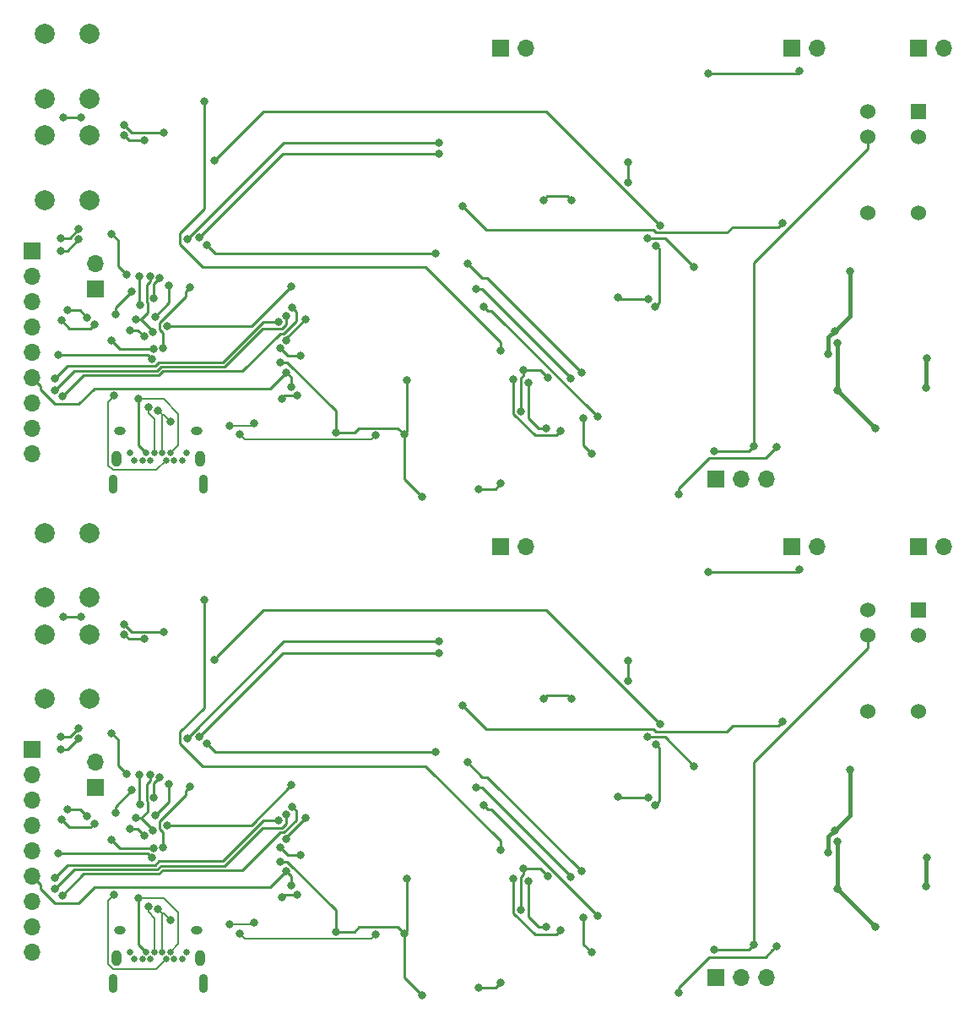
<source format=gbl>
G04 #@! TF.GenerationSoftware,KiCad,Pcbnew,(5.1.5)-3*
G04 #@! TF.CreationDate,2020-05-20T21:28:27+09:00*
G04 #@! TF.ProjectId,autoplanter,6175746f-706c-4616-9e74-65722e6b6963,rev?*
G04 #@! TF.SameCoordinates,Original*
G04 #@! TF.FileFunction,Copper,L2,Bot*
G04 #@! TF.FilePolarity,Positive*
%FSLAX46Y46*%
G04 Gerber Fmt 4.6, Leading zero omitted, Abs format (unit mm)*
G04 Created by KiCad (PCBNEW (5.1.5)-3) date 2020-05-20 21:28:27*
%MOMM*%
%LPD*%
G04 APERTURE LIST*
%ADD10C,2.000000*%
%ADD11O,1.700000X1.700000*%
%ADD12R,1.700000X1.700000*%
%ADD13C,1.524000*%
%ADD14R,1.524000X1.524000*%
%ADD15O,0.900000X1.900000*%
%ADD16O,1.000000X1.600000*%
%ADD17O,1.150000X0.800000*%
%ADD18C,0.650000*%
%ADD19C,0.800000*%
%ADD20C,0.250000*%
%ADD21C,0.200000*%
%ADD22C,0.400000*%
G04 APERTURE END LIST*
D10*
X67310000Y-87950000D03*
X71810000Y-87950000D03*
X67310000Y-94450000D03*
X71810000Y-94450000D03*
X71810000Y-84290000D03*
X67310000Y-84290000D03*
X71810000Y-77790000D03*
X67310000Y-77790000D03*
D11*
X115570000Y-79210000D03*
D12*
X113030000Y-79210000D03*
D13*
X149860000Y-95720000D03*
X154940000Y-95720000D03*
X149860000Y-88100000D03*
X154940000Y-88100000D03*
X149860000Y-85560000D03*
D14*
X154940000Y-85560000D03*
D15*
X83240000Y-122915000D03*
X74240000Y-122915000D03*
D16*
X82960000Y-120400000D03*
X74520000Y-120400000D03*
D17*
X82585000Y-117600000D03*
X74895000Y-117600000D03*
D18*
X81140000Y-120500000D03*
X80340000Y-120500000D03*
X79540000Y-120500000D03*
X77940000Y-120500000D03*
X77140000Y-120500000D03*
X76340000Y-120500000D03*
X81540000Y-119800000D03*
X79940000Y-119800000D03*
X79140000Y-119800000D03*
X78340000Y-119800000D03*
X77540000Y-119800000D03*
X75940000Y-119800000D03*
D11*
X72390000Y-100800000D03*
D12*
X72390000Y-103340000D03*
D11*
X157480000Y-79210000D03*
D12*
X154940000Y-79210000D03*
D11*
X66040000Y-119850000D03*
X66040000Y-117310000D03*
X66040000Y-114770000D03*
X66040000Y-112230000D03*
X66040000Y-109690000D03*
X66040000Y-107150000D03*
X66040000Y-104610000D03*
X66040000Y-102070000D03*
D12*
X66040000Y-99530000D03*
D11*
X139700000Y-122390000D03*
X137160000Y-122390000D03*
D12*
X134620000Y-122390000D03*
X142240000Y-79210000D03*
D11*
X144780000Y-79210000D03*
X144780000Y-29210000D03*
D12*
X142240000Y-29210000D03*
X134620000Y-72390000D03*
D11*
X137160000Y-72390000D03*
X139700000Y-72390000D03*
D18*
X75940000Y-69800000D03*
X77540000Y-69800000D03*
X78340000Y-69800000D03*
X79140000Y-69800000D03*
X79940000Y-69800000D03*
X81540000Y-69800000D03*
X76340000Y-70500000D03*
X77140000Y-70500000D03*
X77940000Y-70500000D03*
X79540000Y-70500000D03*
X80340000Y-70500000D03*
X81140000Y-70500000D03*
D17*
X74895000Y-67600000D03*
X82585000Y-67600000D03*
D16*
X74520000Y-70400000D03*
X82960000Y-70400000D03*
D15*
X74240000Y-72915000D03*
X83240000Y-72915000D03*
D12*
X66040000Y-49530000D03*
D11*
X66040000Y-52070000D03*
X66040000Y-54610000D03*
X66040000Y-57150000D03*
X66040000Y-59690000D03*
X66040000Y-62230000D03*
X66040000Y-64770000D03*
X66040000Y-67310000D03*
X66040000Y-69850000D03*
D12*
X72390000Y-53340000D03*
D11*
X72390000Y-50800000D03*
D14*
X154940000Y-35560000D03*
D13*
X149860000Y-35560000D03*
X154940000Y-38100000D03*
X149860000Y-38100000D03*
X154940000Y-45720000D03*
X149860000Y-45720000D03*
D12*
X154940000Y-29210000D03*
D11*
X157480000Y-29210000D03*
D12*
X113030000Y-29210000D03*
D11*
X115570000Y-29210000D03*
D10*
X67310000Y-27790000D03*
X71810000Y-27790000D03*
X67310000Y-34290000D03*
X71810000Y-34290000D03*
X71810000Y-44450000D03*
X67310000Y-44450000D03*
X71810000Y-37950000D03*
X67310000Y-37950000D03*
D19*
X117602000Y-67310000D03*
X115823996Y-62738000D03*
X79235987Y-59294269D03*
X74422000Y-55880000D03*
X76073000Y-53594000D03*
X81915000Y-53213000D03*
X79235987Y-109294269D03*
X115823996Y-112738000D03*
X117602000Y-117310000D03*
X74422000Y-105880000D03*
X81915000Y-103213000D03*
X76073000Y-103594000D03*
X133858000Y-31750000D03*
X143002000Y-31496000D03*
X133858000Y-81750000D03*
X143002000Y-81496000D03*
X138430000Y-69088000D03*
X115316000Y-61468000D03*
X115098990Y-65589487D03*
X117851340Y-62234660D03*
X110871000Y-73406000D03*
X113093346Y-72854988D03*
X83312000Y-34544000D03*
X113030000Y-59563000D03*
X134460232Y-69573962D03*
X110871000Y-123406000D03*
X138430000Y-119088000D03*
X83312000Y-84544000D03*
X113030000Y-109563000D03*
X113093346Y-122854988D03*
X115316000Y-111468000D03*
X115098990Y-115589487D03*
X134460232Y-119573962D03*
X117851340Y-112234660D03*
X76777931Y-64375938D03*
X76777931Y-114375938D03*
X103378006Y-67945000D03*
X96520000Y-67752990D03*
X92075000Y-53086000D03*
X103632000Y-62484000D03*
X105156000Y-74168000D03*
X130937000Y-73914000D03*
X140745500Y-69185500D03*
X79614669Y-57090032D03*
X90967896Y-60733237D03*
X140745500Y-119185500D03*
X130937000Y-123914000D03*
X92075000Y-103086000D03*
X105156000Y-124168000D03*
X79614669Y-107090032D03*
X103378006Y-117945000D03*
X96520000Y-117752990D03*
X90967896Y-110733237D03*
X103632000Y-112484000D03*
X91567000Y-61722000D03*
X92038456Y-63161424D03*
X92038456Y-113161424D03*
X91567000Y-111722000D03*
X85852000Y-67056000D03*
X77731051Y-65222539D03*
X88378982Y-66815018D03*
X88378982Y-116815018D03*
X77731051Y-115222539D03*
X85852000Y-117056000D03*
X78690099Y-65505824D03*
X86868000Y-67945000D03*
X100547002Y-68035002D03*
X79956050Y-66606138D03*
X79956050Y-116606138D03*
X86868000Y-117945000D03*
X100547002Y-118035002D03*
X78690099Y-115505824D03*
X146812000Y-63500000D03*
X146812002Y-58760221D03*
X150622000Y-67310000D03*
X150622000Y-117310000D03*
X146812002Y-108760221D03*
X146812000Y-113500000D03*
X148082000Y-51562000D03*
X146558000Y-57590274D03*
X145948850Y-59856788D03*
X148082000Y-101562000D03*
X146558000Y-107590274D03*
X145948850Y-109856788D03*
X68961000Y-49530000D03*
X70743660Y-48391660D03*
X74077990Y-47879000D03*
X75528010Y-51915330D03*
X79814840Y-52995990D03*
X78447474Y-56106205D03*
X78447474Y-106106205D03*
X68961000Y-99530000D03*
X70743660Y-98391660D03*
X74077990Y-97879000D03*
X75528010Y-101915330D03*
X79814840Y-102995990D03*
X69215000Y-36195000D03*
X70993000Y-36195000D03*
X75311000Y-36957000D03*
X79248000Y-37719000D03*
X106553000Y-49784000D03*
X83579275Y-48908275D03*
X83579275Y-98908275D03*
X69215000Y-86195000D03*
X75311000Y-86957000D03*
X79248000Y-87719000D03*
X70993000Y-86195000D03*
X106553000Y-99784000D03*
X68961000Y-48260000D03*
X70739000Y-47371000D03*
X76835000Y-52070000D03*
X76940907Y-55003401D03*
X76835000Y-102070000D03*
X76940907Y-105003401D03*
X68961000Y-98260000D03*
X70739000Y-97371000D03*
X121158000Y-61722000D03*
X109728000Y-50800000D03*
X109728000Y-100800000D03*
X121158000Y-111722000D03*
X122174000Y-69850000D03*
X110653990Y-53340000D03*
X121358989Y-66323729D03*
X120083160Y-62288840D03*
X122174000Y-119850000D03*
X110653990Y-103340000D03*
X121358989Y-116323729D03*
X120083160Y-112288840D03*
X119052012Y-67610143D03*
X114373988Y-62427903D03*
X114373988Y-112427903D03*
X119052012Y-117610143D03*
X120142000Y-44450000D03*
X117348000Y-44450000D03*
X120142000Y-94450000D03*
X117348000Y-94450000D03*
X127762000Y-48260000D03*
X132457500Y-51177500D03*
X127762000Y-98260000D03*
X132457500Y-101177500D03*
X125857000Y-40640000D03*
X125857000Y-42672000D03*
X125857000Y-92672000D03*
X125857000Y-90640000D03*
X129032000Y-46990000D03*
X128554952Y-55102010D03*
X84328004Y-40513000D03*
X128646340Y-49017340D03*
X129032000Y-96990000D03*
X128554952Y-105102010D03*
X84328004Y-90513000D03*
X128646340Y-99017340D03*
X74329544Y-64040021D03*
X74329544Y-114040021D03*
X75872753Y-57467927D03*
X77309886Y-58120215D03*
X69596000Y-55499000D03*
X71605996Y-56224010D03*
X77309886Y-108120215D03*
X75872753Y-107467927D03*
X69596000Y-105499000D03*
X71605996Y-106224010D03*
X78236163Y-59362011D03*
X74041000Y-58547000D03*
X69012069Y-56499813D03*
X72325676Y-56918333D03*
X78236163Y-109362011D03*
X74041000Y-108547000D03*
X72325676Y-106918333D03*
X69012069Y-106499813D03*
X68707000Y-59944000D03*
X78078940Y-60349587D03*
X78078940Y-110349587D03*
X68707000Y-109944000D03*
X68326000Y-62357000D03*
X90804808Y-56640171D03*
X68326000Y-112357000D03*
X90804808Y-106640171D03*
X68326000Y-63500000D03*
X91592902Y-56024596D03*
X68326000Y-113500000D03*
X91592902Y-106024596D03*
X69094231Y-64140192D03*
X92174980Y-55211448D03*
X69094231Y-114140192D03*
X92174980Y-105211448D03*
X81661000Y-48387000D03*
X76454000Y-56388000D03*
X78197015Y-57658667D03*
X77895468Y-52056309D03*
X106907170Y-38698850D03*
X77895468Y-102056309D03*
X81661000Y-98387000D03*
X78197015Y-107658667D03*
X76454000Y-106388000D03*
X106907170Y-88698850D03*
X82872160Y-48201160D03*
X78290840Y-54287840D03*
X78892197Y-52266014D03*
X106875160Y-39809840D03*
X82872160Y-98201160D03*
X78290840Y-104287840D03*
X78892197Y-102266014D03*
X106875160Y-89809840D03*
X77343000Y-38444010D03*
X75310756Y-37982076D03*
X77343000Y-88444010D03*
X75310756Y-87982076D03*
X155702000Y-63246000D03*
X155829000Y-60325000D03*
X155702000Y-113246000D03*
X155829000Y-110325000D03*
X127889000Y-54356000D03*
X124841000Y-54229000D03*
X127889000Y-104356000D03*
X124841000Y-104229000D03*
X92636012Y-64031350D03*
X91103505Y-64324794D03*
X91103505Y-114324794D03*
X92636012Y-114031350D03*
X93472000Y-56388000D03*
X91576779Y-58502061D03*
X93472000Y-106388000D03*
X91576779Y-108502061D03*
X92964000Y-60071006D03*
X90952434Y-59283225D03*
X92964000Y-110071006D03*
X90952434Y-109283225D03*
X111379000Y-55118000D03*
X122809000Y-66167000D03*
X122809000Y-116167000D03*
X111379000Y-105118000D03*
X109220000Y-45085000D03*
X141351000Y-46736000D03*
X109220000Y-95085000D03*
X141351000Y-96736000D03*
D20*
X115823996Y-63303685D02*
X115823996Y-62738000D01*
X115823996Y-66293996D02*
X115823996Y-63303685D01*
X117602000Y-67310000D02*
X116840000Y-67310000D01*
X116840000Y-67310000D02*
X115823996Y-66293996D01*
X74422000Y-55880000D02*
X74422000Y-55245000D01*
X74422000Y-55245000D02*
X76073000Y-53594000D01*
X78889667Y-56732766D02*
X81515001Y-54107432D01*
X78889667Y-57428770D02*
X78889667Y-56732766D01*
X81515001Y-54107432D02*
X81515001Y-53612999D01*
X79235987Y-59294269D02*
X79235987Y-57775090D01*
X81515001Y-53612999D02*
X81915000Y-53213000D01*
X79235987Y-57775090D02*
X78889667Y-57428770D01*
X116840000Y-117310000D02*
X115823996Y-116293996D01*
X115823996Y-113303685D02*
X115823996Y-112738000D01*
X115823996Y-116293996D02*
X115823996Y-113303685D01*
X117602000Y-117310000D02*
X116840000Y-117310000D01*
X74422000Y-105880000D02*
X74422000Y-105245000D01*
X74422000Y-105245000D02*
X76073000Y-103594000D01*
X79235987Y-109294269D02*
X79235987Y-107775090D01*
X81515001Y-103612999D02*
X81915000Y-103213000D01*
X78889667Y-106732766D02*
X81515001Y-104107432D01*
X79235987Y-107775090D02*
X78889667Y-107428770D01*
X81515001Y-104107432D02*
X81515001Y-103612999D01*
X78889667Y-107428770D02*
X78889667Y-106732766D01*
X133858000Y-31750000D02*
X142748000Y-31750000D01*
X142748000Y-31750000D02*
X143002000Y-31496000D01*
X142748000Y-81750000D02*
X143002000Y-81496000D01*
X133858000Y-81750000D02*
X142748000Y-81750000D01*
X115098990Y-65023802D02*
X115098990Y-65589487D01*
X115316000Y-61468000D02*
X115316000Y-62033685D01*
X115316000Y-62033685D02*
X115098990Y-62250695D01*
X115098990Y-62250695D02*
X115098990Y-65023802D01*
X115316000Y-61468000D02*
X117084680Y-61468000D01*
X117084680Y-61468000D02*
X117851340Y-62234660D01*
X149860000Y-38100000D02*
X149860000Y-39300004D01*
X138430000Y-50730004D02*
X138430000Y-68522315D01*
X149860000Y-39300004D02*
X138430000Y-50730004D01*
X138430000Y-68522315D02*
X138430000Y-69088000D01*
X110871000Y-73406000D02*
X112542334Y-73406000D01*
X112542334Y-73406000D02*
X113093346Y-72854988D01*
X113030000Y-58674000D02*
X113030000Y-59563000D01*
X105537000Y-51181000D02*
X113030000Y-58674000D01*
X83312000Y-45339000D02*
X80899000Y-47752000D01*
X83312000Y-34544000D02*
X83312000Y-45339000D01*
X80899000Y-47752000D02*
X80899000Y-48895000D01*
X80899000Y-48895000D02*
X83185000Y-51181000D01*
X83185000Y-51181000D02*
X105537000Y-51181000D01*
X137944038Y-69573962D02*
X135025917Y-69573962D01*
X138430000Y-69088000D02*
X137944038Y-69573962D01*
X135025917Y-69573962D02*
X134460232Y-69573962D01*
X115316000Y-111468000D02*
X117084680Y-111468000D01*
X117084680Y-111468000D02*
X117851340Y-112234660D01*
X149860000Y-89300004D02*
X138430000Y-100730004D01*
X149860000Y-88100000D02*
X149860000Y-89300004D01*
X138430000Y-100730004D02*
X138430000Y-118522315D01*
X138430000Y-118522315D02*
X138430000Y-119088000D01*
X115098990Y-115023802D02*
X115098990Y-115589487D01*
X115316000Y-111468000D02*
X115316000Y-112033685D01*
X115098990Y-112250695D02*
X115098990Y-115023802D01*
X115316000Y-112033685D02*
X115098990Y-112250695D01*
X137944038Y-119573962D02*
X135025917Y-119573962D01*
X138430000Y-119088000D02*
X137944038Y-119573962D01*
X135025917Y-119573962D02*
X134460232Y-119573962D01*
X113030000Y-108674000D02*
X113030000Y-109563000D01*
X83312000Y-84544000D02*
X83312000Y-95339000D01*
X83185000Y-101181000D02*
X105537000Y-101181000D01*
X105537000Y-101181000D02*
X113030000Y-108674000D01*
X80899000Y-97752000D02*
X80899000Y-98895000D01*
X80899000Y-98895000D02*
X83185000Y-101181000D01*
X83312000Y-95339000D02*
X80899000Y-97752000D01*
X112542334Y-123406000D02*
X113093346Y-122854988D01*
X110871000Y-123406000D02*
X112542334Y-123406000D01*
X76777931Y-69037931D02*
X76777931Y-64941623D01*
X77540000Y-69800000D02*
X76777931Y-69037931D01*
X76777931Y-64941623D02*
X76777931Y-64375938D01*
D21*
X79940000Y-69800000D02*
X80737884Y-69002116D01*
X77343616Y-64375938D02*
X76777931Y-64375938D01*
X79254942Y-64375938D02*
X77343616Y-64375938D01*
X80737884Y-69002116D02*
X80737884Y-65858880D01*
X80737884Y-65858880D02*
X79254942Y-64375938D01*
X79940000Y-119800000D02*
X80737884Y-119002116D01*
X77343616Y-114375938D02*
X76777931Y-114375938D01*
X79254942Y-114375938D02*
X77343616Y-114375938D01*
X80737884Y-119002116D02*
X80737884Y-115858880D01*
X80737884Y-115858880D02*
X79254942Y-114375938D01*
D20*
X76777931Y-119037931D02*
X76777931Y-114941623D01*
X77540000Y-119800000D02*
X76777931Y-119037931D01*
X76777931Y-114941623D02*
X76777931Y-114375938D01*
X98425000Y-67752990D02*
X96520000Y-67752990D01*
X98867990Y-67310000D02*
X98425000Y-67752990D01*
X103378006Y-67945000D02*
X102743006Y-67310000D01*
X102743006Y-67310000D02*
X98867990Y-67310000D01*
X103632000Y-67691006D02*
X103378006Y-67945000D01*
X103632000Y-62484000D02*
X103632000Y-67691006D01*
X103378006Y-67945000D02*
X103378006Y-72390006D01*
X103378006Y-72390006D02*
X105156000Y-74168000D01*
X92075000Y-53086000D02*
X88070968Y-57090032D01*
X88070968Y-57090032D02*
X80180354Y-57090032D01*
X80180354Y-57090032D02*
X79614669Y-57090032D01*
X91533581Y-60733237D02*
X90967896Y-60733237D01*
X96520000Y-65582865D02*
X91670372Y-60733237D01*
X91670372Y-60733237D02*
X91533581Y-60733237D01*
X96520000Y-67752990D02*
X96520000Y-65582865D01*
X130937000Y-73348315D02*
X133986351Y-70298964D01*
X140345501Y-69585499D02*
X140745500Y-69185500D01*
X139632036Y-70298964D02*
X140345501Y-69585499D01*
X130937000Y-73914000D02*
X130937000Y-73348315D01*
X133986351Y-70298964D02*
X139632036Y-70298964D01*
X103632000Y-117691006D02*
X103378006Y-117945000D01*
X103632000Y-112484000D02*
X103632000Y-117691006D01*
X96520000Y-115582865D02*
X91670372Y-110733237D01*
X91533581Y-110733237D02*
X90967896Y-110733237D01*
X91670372Y-110733237D02*
X91533581Y-110733237D01*
X96520000Y-117752990D02*
X96520000Y-115582865D01*
X98867990Y-117310000D02*
X98425000Y-117752990D01*
X103378006Y-117945000D02*
X102743006Y-117310000D01*
X102743006Y-117310000D02*
X98867990Y-117310000D01*
X98425000Y-117752990D02*
X96520000Y-117752990D01*
X140345501Y-119585499D02*
X140745500Y-119185500D01*
X130937000Y-123348315D02*
X133986351Y-120298964D01*
X130937000Y-123914000D02*
X130937000Y-123348315D01*
X139632036Y-120298964D02*
X140345501Y-119585499D01*
X133986351Y-120298964D02*
X139632036Y-120298964D01*
X103378006Y-117945000D02*
X103378006Y-122390006D01*
X103378006Y-122390006D02*
X105156000Y-124168000D01*
X92075000Y-103086000D02*
X88070968Y-107090032D01*
X88070968Y-107090032D02*
X80180354Y-107090032D01*
X80180354Y-107090032D02*
X79614669Y-107090032D01*
X66889999Y-63460999D02*
X68326000Y-64897000D01*
X91567000Y-61722000D02*
X92038456Y-62193456D01*
X68326000Y-64897000D02*
X70739000Y-64897000D01*
X72320991Y-63315009D02*
X89973991Y-63315009D01*
X89973991Y-63315009D02*
X91167001Y-62121999D01*
X92038456Y-62193456D02*
X92038456Y-63161424D01*
X70739000Y-64897000D02*
X72320991Y-63315009D01*
X91167001Y-62121999D02*
X91567000Y-61722000D01*
X66040000Y-62230000D02*
X66889999Y-63079999D01*
X66889999Y-63079999D02*
X66889999Y-63460999D01*
X66889999Y-113460999D02*
X68326000Y-114897000D01*
X91567000Y-111722000D02*
X92038456Y-112193456D01*
X92038456Y-112193456D02*
X92038456Y-113161424D01*
X66040000Y-112230000D02*
X66889999Y-113079999D01*
X68326000Y-114897000D02*
X70739000Y-114897000D01*
X89973991Y-113315009D02*
X91167001Y-112121999D01*
X72320991Y-113315009D02*
X89973991Y-113315009D01*
X66889999Y-113079999D02*
X66889999Y-113460999D01*
X91167001Y-112121999D02*
X91567000Y-111722000D01*
X70739000Y-114897000D02*
X72320991Y-113315009D01*
D21*
X78340000Y-66397173D02*
X77731051Y-65788224D01*
X78340000Y-69800000D02*
X78340000Y-66397173D01*
X77731051Y-65788224D02*
X77731051Y-65222539D01*
X88138000Y-67056000D02*
X88378982Y-66815018D01*
X85852000Y-67056000D02*
X88138000Y-67056000D01*
X77731051Y-115788224D02*
X77731051Y-115222539D01*
X78340000Y-116397173D02*
X77731051Y-115788224D01*
X78340000Y-119800000D02*
X78340000Y-116397173D01*
X85852000Y-117056000D02*
X88138000Y-117056000D01*
X88138000Y-117056000D02*
X88378982Y-116815018D01*
X79140000Y-69800000D02*
X79139999Y-65931999D01*
X79090098Y-65905823D02*
X78690099Y-65505824D01*
X79116274Y-65931999D02*
X79090098Y-65905823D01*
X79139999Y-65931999D02*
X79116274Y-65931999D01*
X100147003Y-68435001D02*
X100547002Y-68035002D01*
X100129004Y-68453000D02*
X100147003Y-68435001D01*
X87376000Y-68453000D02*
X100129004Y-68453000D01*
X86868000Y-67945000D02*
X87376000Y-68453000D01*
X79556051Y-66206139D02*
X79956050Y-66606138D01*
X79281911Y-65931999D02*
X79556051Y-66206139D01*
X79139999Y-65931999D02*
X79281911Y-65931999D01*
X79090098Y-115905823D02*
X78690099Y-115505824D01*
X79116274Y-115931999D02*
X79090098Y-115905823D01*
X79139999Y-115931999D02*
X79116274Y-115931999D01*
X79140000Y-119800000D02*
X79139999Y-115931999D01*
X86868000Y-117945000D02*
X87376000Y-118453000D01*
X100147003Y-118435001D02*
X100547002Y-118035002D01*
X100129004Y-118453000D02*
X100147003Y-118435001D01*
X87376000Y-118453000D02*
X100129004Y-118453000D01*
X79556051Y-116206139D02*
X79956050Y-116606138D01*
X79281911Y-115931999D02*
X79556051Y-116206139D01*
X79139999Y-115931999D02*
X79281911Y-115931999D01*
D22*
X146812000Y-63500000D02*
X146812000Y-58760223D01*
X146812000Y-58760223D02*
X146812002Y-58760221D01*
X150622000Y-67310000D02*
X146812000Y-63500000D01*
X150622000Y-117310000D02*
X146812000Y-113500000D01*
X146812000Y-113500000D02*
X146812000Y-108760223D01*
X146812000Y-108760223D02*
X146812002Y-108760221D01*
X148082000Y-56066274D02*
X146558000Y-57590274D01*
X148082000Y-51562000D02*
X148082000Y-56066274D01*
X146558000Y-57590274D02*
X145948850Y-58199424D01*
X145948850Y-58199424D02*
X145948850Y-59856788D01*
X146558000Y-107590274D02*
X145948850Y-108199424D01*
X145948850Y-108199424D02*
X145948850Y-109856788D01*
X148082000Y-101562000D02*
X148082000Y-106066274D01*
X148082000Y-106066274D02*
X146558000Y-107590274D01*
D20*
X69605320Y-49530000D02*
X70743660Y-48391660D01*
X68961000Y-49530000D02*
X69605320Y-49530000D01*
X74676000Y-51063320D02*
X74676000Y-48477010D01*
X74676000Y-48477010D02*
X74077990Y-47879000D01*
X75528010Y-51915330D02*
X74676000Y-51063320D01*
X79814840Y-54738839D02*
X78447474Y-56106205D01*
X79814840Y-52995990D02*
X79814840Y-54738839D01*
X69605320Y-99530000D02*
X70743660Y-98391660D01*
X68961000Y-99530000D02*
X69605320Y-99530000D01*
X74676000Y-101063320D02*
X74676000Y-98477010D01*
X75528010Y-101915330D02*
X74676000Y-101063320D01*
X74676000Y-98477010D02*
X74077990Y-97879000D01*
X79814840Y-104738839D02*
X78447474Y-106106205D01*
X79814840Y-102995990D02*
X79814840Y-104738839D01*
X69215000Y-36195000D02*
X70993000Y-36195000D01*
X75311000Y-36957000D02*
X76073000Y-37719000D01*
X76073000Y-37719000D02*
X79248000Y-37719000D01*
X106553000Y-49784000D02*
X84455000Y-49784000D01*
X84455000Y-49784000D02*
X83579275Y-48908275D01*
X84455000Y-99784000D02*
X83579275Y-98908275D01*
X106553000Y-99784000D02*
X84455000Y-99784000D01*
X75311000Y-86957000D02*
X76073000Y-87719000D01*
X76073000Y-87719000D02*
X79248000Y-87719000D01*
X69215000Y-86195000D02*
X70993000Y-86195000D01*
X69850000Y-48260000D02*
X70739000Y-47371000D01*
X68961000Y-48260000D02*
X69850000Y-48260000D01*
X76835000Y-52070000D02*
X76835000Y-54897494D01*
X76835000Y-54897494D02*
X76940907Y-55003401D01*
X68961000Y-98260000D02*
X69850000Y-98260000D01*
X69850000Y-98260000D02*
X70739000Y-97371000D01*
X76835000Y-104897494D02*
X76940907Y-105003401D01*
X76835000Y-102070000D02*
X76835000Y-104897494D01*
X111185463Y-52257463D02*
X109728000Y-50800000D01*
X121158000Y-61722000D02*
X111693463Y-52257463D01*
X111693463Y-52257463D02*
X111185463Y-52257463D01*
X111185463Y-102257463D02*
X109728000Y-100800000D01*
X121158000Y-111722000D02*
X111693463Y-102257463D01*
X111693463Y-102257463D02*
X111185463Y-102257463D01*
X110653990Y-53340000D02*
X111219675Y-53340000D01*
X111219675Y-53340000D02*
X120083160Y-62203485D01*
X122174000Y-69850000D02*
X121358989Y-69034989D01*
X121358989Y-69034989D02*
X121358989Y-66323729D01*
X120083160Y-62203485D02*
X120083160Y-62288840D01*
X110653990Y-103340000D02*
X111219675Y-103340000D01*
X111219675Y-103340000D02*
X120083160Y-112203485D01*
X122174000Y-119850000D02*
X121358989Y-119034989D01*
X120083160Y-112203485D02*
X120083160Y-112288840D01*
X121358989Y-119034989D02*
X121358989Y-116323729D01*
X119052012Y-67610143D02*
X118627154Y-68035001D01*
X116511003Y-68035001D02*
X114373988Y-65897986D01*
X114373988Y-62993588D02*
X114373988Y-62427903D01*
X114373988Y-65897986D02*
X114373988Y-62993588D01*
X118627154Y-68035001D02*
X116511003Y-68035001D01*
X116511003Y-118035001D02*
X114373988Y-115897986D01*
X114373988Y-112993588D02*
X114373988Y-112427903D01*
X118627154Y-118035001D02*
X116511003Y-118035001D01*
X114373988Y-115897986D02*
X114373988Y-112993588D01*
X119052012Y-117610143D02*
X118627154Y-118035001D01*
X119742001Y-44050001D02*
X117747999Y-44050001D01*
X120142000Y-44450000D02*
X119742001Y-44050001D01*
X117747999Y-44050001D02*
X117348000Y-44450000D01*
X117747999Y-94050001D02*
X117348000Y-94450000D01*
X120142000Y-94450000D02*
X119742001Y-94050001D01*
X119742001Y-94050001D02*
X117747999Y-94050001D01*
X127762000Y-48260000D02*
X129540000Y-48260000D01*
X129540000Y-48260000D02*
X132457500Y-51177500D01*
X127762000Y-98260000D02*
X129540000Y-98260000D01*
X129540000Y-98260000D02*
X132457500Y-101177500D01*
X125857000Y-40640000D02*
X125857000Y-42672000D01*
X125857000Y-90640000D02*
X125857000Y-92672000D01*
X84728003Y-40113001D02*
X84328004Y-40513000D01*
X117602000Y-35560000D02*
X89281004Y-35560000D01*
X129032000Y-46990000D02*
X117602000Y-35560000D01*
X89281004Y-35560000D02*
X84728003Y-40113001D01*
X128954951Y-49325951D02*
X128646340Y-49017340D01*
X128554952Y-55102010D02*
X128954951Y-54702011D01*
X128954951Y-54702011D02*
X128954951Y-49325951D01*
X84728003Y-90113001D02*
X84328004Y-90513000D01*
X129032000Y-96990000D02*
X117602000Y-85560000D01*
X89281004Y-85560000D02*
X84728003Y-90113001D01*
X117602000Y-85560000D02*
X89281004Y-85560000D01*
X128954951Y-99325951D02*
X128646340Y-99017340D01*
X128554952Y-105102010D02*
X128954951Y-104702011D01*
X128954951Y-104702011D02*
X128954951Y-99325951D01*
D21*
X79540000Y-70500000D02*
X78539990Y-71500010D01*
X74188626Y-71500010D02*
X73709866Y-71021250D01*
X73709866Y-71021250D02*
X73709866Y-64659699D01*
X73709866Y-64659699D02*
X73929545Y-64440020D01*
X78539990Y-71500010D02*
X74188626Y-71500010D01*
X73929545Y-64440020D02*
X74329544Y-64040021D01*
X74188626Y-121500010D02*
X73709866Y-121021250D01*
X73709866Y-121021250D02*
X73709866Y-114659699D01*
X73709866Y-114659699D02*
X73929545Y-114440020D01*
X73929545Y-114440020D02*
X74329544Y-114040021D01*
X78539990Y-121500010D02*
X74188626Y-121500010D01*
X79540000Y-120500000D02*
X78539990Y-121500010D01*
D20*
X76657598Y-57467927D02*
X77309886Y-58120215D01*
X75872753Y-57467927D02*
X76657598Y-57467927D01*
X70880986Y-55499000D02*
X71605996Y-56224010D01*
X69596000Y-55499000D02*
X70880986Y-55499000D01*
X75872753Y-107467927D02*
X76657598Y-107467927D01*
X76657598Y-107467927D02*
X77309886Y-108120215D01*
X70880986Y-105499000D02*
X71605996Y-106224010D01*
X69596000Y-105499000D02*
X70880986Y-105499000D01*
X74856011Y-59362011D02*
X74440999Y-58946999D01*
X78236163Y-59362011D02*
X74856011Y-59362011D01*
X74440999Y-58946999D02*
X74041000Y-58547000D01*
X69830588Y-57318332D02*
X71925677Y-57318332D01*
X69012069Y-56499813D02*
X69830588Y-57318332D01*
X71925677Y-57318332D02*
X72325676Y-56918333D01*
X69830588Y-107318332D02*
X71925677Y-107318332D01*
X71925677Y-107318332D02*
X72325676Y-106918333D01*
X69012069Y-106499813D02*
X69830588Y-107318332D01*
X74440999Y-108946999D02*
X74041000Y-108547000D01*
X74856011Y-109362011D02*
X74440999Y-108946999D01*
X78236163Y-109362011D02*
X74856011Y-109362011D01*
X77673353Y-59944000D02*
X78078940Y-60349587D01*
X68707000Y-59944000D02*
X77673353Y-59944000D01*
X68707000Y-109944000D02*
X77673353Y-109944000D01*
X77673353Y-109944000D02*
X78078940Y-110349587D01*
X85226611Y-60694978D02*
X89281418Y-56640171D01*
X90239123Y-56640171D02*
X90804808Y-56640171D01*
X69608412Y-61074588D02*
X78424331Y-61074588D01*
X89281418Y-56640171D02*
X90239123Y-56640171D01*
X68326000Y-62357000D02*
X69608412Y-61074588D01*
X78803941Y-60694978D02*
X85226611Y-60694978D01*
X78424331Y-61074588D02*
X78803941Y-60694978D01*
X69608412Y-111074588D02*
X78424331Y-111074588D01*
X89281418Y-106640171D02*
X90239123Y-106640171D01*
X90239123Y-106640171D02*
X90804808Y-106640171D01*
X68326000Y-112357000D02*
X69608412Y-111074588D01*
X78803941Y-110694978D02*
X85226611Y-110694978D01*
X85226611Y-110694978D02*
X89281418Y-106640171D01*
X78424331Y-111074588D02*
X78803941Y-110694978D01*
X89190999Y-57367001D02*
X91153001Y-57367001D01*
X68326000Y-63500000D02*
X70301401Y-61524599D01*
X91592902Y-56590281D02*
X91592902Y-56024596D01*
X78992951Y-61144989D02*
X85413011Y-61144989D01*
X85413011Y-61144989D02*
X89190999Y-57367001D01*
X70301401Y-61524599D02*
X78613341Y-61524599D01*
X91592902Y-56927100D02*
X91592902Y-56590281D01*
X91153001Y-57367001D02*
X91592902Y-56927100D01*
X78613341Y-61524599D02*
X78992951Y-61144989D01*
X89190999Y-107367001D02*
X91153001Y-107367001D01*
X91592902Y-106590281D02*
X91592902Y-106024596D01*
X78992951Y-111144989D02*
X85413011Y-111144989D01*
X70301401Y-111524599D02*
X78613341Y-111524599D01*
X68326000Y-113500000D02*
X70301401Y-111524599D01*
X85413011Y-111144989D02*
X89190999Y-107367001D01*
X91592902Y-106927100D02*
X91592902Y-106590281D01*
X91153001Y-107367001D02*
X91592902Y-106927100D01*
X78613341Y-111524599D02*
X78992951Y-111144989D01*
X79179350Y-61595000D02*
X87175222Y-61595000D01*
X78799741Y-61974610D02*
X79179350Y-61595000D01*
X87175222Y-61595000D02*
X90953210Y-57817012D01*
X92574979Y-56581434D02*
X92574979Y-55611447D01*
X92574979Y-55611447D02*
X92174980Y-55211448D01*
X69094231Y-64140192D02*
X71259813Y-61974610D01*
X71259813Y-61974610D02*
X78799741Y-61974610D01*
X91339401Y-57817012D02*
X92574979Y-56581434D01*
X90953210Y-57817012D02*
X91339401Y-57817012D01*
X87175222Y-111595000D02*
X90953210Y-107817012D01*
X69094231Y-114140192D02*
X71259813Y-111974610D01*
X71259813Y-111974610D02*
X78799741Y-111974610D01*
X91339401Y-107817012D02*
X92574979Y-106581434D01*
X79179350Y-111595000D02*
X87175222Y-111595000D01*
X78799741Y-111974610D02*
X79179350Y-111595000D01*
X92574979Y-106581434D02*
X92574979Y-105611447D01*
X92574979Y-105611447D02*
X92174980Y-105211448D01*
X90953210Y-107817012D02*
X91339401Y-107817012D01*
X77019685Y-56388000D02*
X78197015Y-57565330D01*
X78197015Y-57565330D02*
X78197015Y-57658667D01*
X76454000Y-56388000D02*
X77019685Y-56388000D01*
X77565839Y-52951623D02*
X77895468Y-52621994D01*
X77687002Y-55720683D02*
X77687002Y-54757004D01*
X77019685Y-56388000D02*
X77687002Y-55720683D01*
X77895468Y-52621994D02*
X77895468Y-52056309D01*
X77687002Y-54757004D02*
X77565839Y-54635841D01*
X77565839Y-54635841D02*
X77565839Y-52951623D01*
X106341485Y-38698850D02*
X106907170Y-38698850D01*
X81661000Y-48387000D02*
X91349150Y-38698850D01*
X91349150Y-38698850D02*
X106341485Y-38698850D01*
X76454000Y-106388000D02*
X77019685Y-106388000D01*
X77019685Y-106388000D02*
X77687002Y-105720683D01*
X77687002Y-104757004D02*
X77565839Y-104635841D01*
X77565839Y-104635841D02*
X77565839Y-102951623D01*
X77565839Y-102951623D02*
X77895468Y-102621994D01*
X77687002Y-105720683D02*
X77687002Y-104757004D01*
X77895468Y-102621994D02*
X77895468Y-102056309D01*
X81661000Y-98387000D02*
X91349150Y-88698850D01*
X106341485Y-88698850D02*
X106907170Y-88698850D01*
X91349150Y-88698850D02*
X106341485Y-88698850D01*
X77019685Y-106388000D02*
X78197015Y-107565330D01*
X78197015Y-107565330D02*
X78197015Y-107658667D01*
X78290840Y-54287840D02*
X78290840Y-52867371D01*
X78290840Y-52867371D02*
X78892197Y-52266014D01*
X91263480Y-39809840D02*
X106309475Y-39809840D01*
X106309475Y-39809840D02*
X106875160Y-39809840D01*
X82872160Y-48201160D02*
X91263480Y-39809840D01*
X78290840Y-102867371D02*
X78892197Y-102266014D01*
X78290840Y-104287840D02*
X78290840Y-102867371D01*
X91263480Y-89809840D02*
X106309475Y-89809840D01*
X106309475Y-89809840D02*
X106875160Y-89809840D01*
X82872160Y-98201160D02*
X91263480Y-89809840D01*
X75310756Y-37982076D02*
X75772690Y-38444010D01*
X75772690Y-38444010D02*
X77343000Y-38444010D01*
X75772690Y-88444010D02*
X77343000Y-88444010D01*
X75310756Y-87982076D02*
X75772690Y-88444010D01*
D22*
X155702000Y-63246000D02*
X155702000Y-60452000D01*
X155702000Y-60452000D02*
X155829000Y-60325000D01*
X155702000Y-113246000D02*
X155702000Y-110452000D01*
X155702000Y-110452000D02*
X155829000Y-110325000D01*
D20*
X127889000Y-54356000D02*
X124968000Y-54356000D01*
X124968000Y-54356000D02*
X124841000Y-54229000D01*
X124968000Y-104356000D02*
X124841000Y-104229000D01*
X127889000Y-104356000D02*
X124968000Y-104356000D01*
X91396949Y-64031350D02*
X91103505Y-64324794D01*
X92636012Y-64031350D02*
X91396949Y-64031350D01*
X91396949Y-114031350D02*
X91103505Y-114324794D01*
X92636012Y-114031350D02*
X91396949Y-114031350D01*
X91576779Y-58283221D02*
X91576779Y-58502061D01*
X93472000Y-56388000D02*
X91576779Y-58283221D01*
X93472000Y-106388000D02*
X91576779Y-108283221D01*
X91576779Y-108283221D02*
X91576779Y-108502061D01*
X91740215Y-60071006D02*
X90952434Y-59283225D01*
X92964000Y-60071006D02*
X91740215Y-60071006D01*
X92964000Y-110071006D02*
X91740215Y-110071006D01*
X91740215Y-110071006D02*
X90952434Y-109283225D01*
X112159999Y-55517999D02*
X122809000Y-66167000D01*
X111778999Y-55517999D02*
X112159999Y-55517999D01*
X111379000Y-55118000D02*
X111778999Y-55517999D01*
X112159999Y-105517999D02*
X122809000Y-116167000D01*
X111778999Y-105517999D02*
X112159999Y-105517999D01*
X111379000Y-105118000D02*
X111778999Y-105517999D01*
X140951001Y-47135999D02*
X141351000Y-46736000D01*
X136379001Y-47135999D02*
X140951001Y-47135999D01*
X111596002Y-47461002D02*
X128429998Y-47461002D01*
X109220000Y-45085000D02*
X111596002Y-47461002D01*
X128429998Y-47461002D02*
X128683998Y-47715002D01*
X128683998Y-47715002D02*
X135799998Y-47715002D01*
X135799998Y-47715002D02*
X136379001Y-47135999D01*
X111596002Y-97461002D02*
X128429998Y-97461002D01*
X140951001Y-97135999D02*
X141351000Y-96736000D01*
X109220000Y-95085000D02*
X111596002Y-97461002D01*
X128429998Y-97461002D02*
X128683998Y-97715002D01*
X135799998Y-97715002D02*
X136379001Y-97135999D01*
X136379001Y-97135999D02*
X140951001Y-97135999D01*
X128683998Y-97715002D02*
X135799998Y-97715002D01*
M02*

</source>
